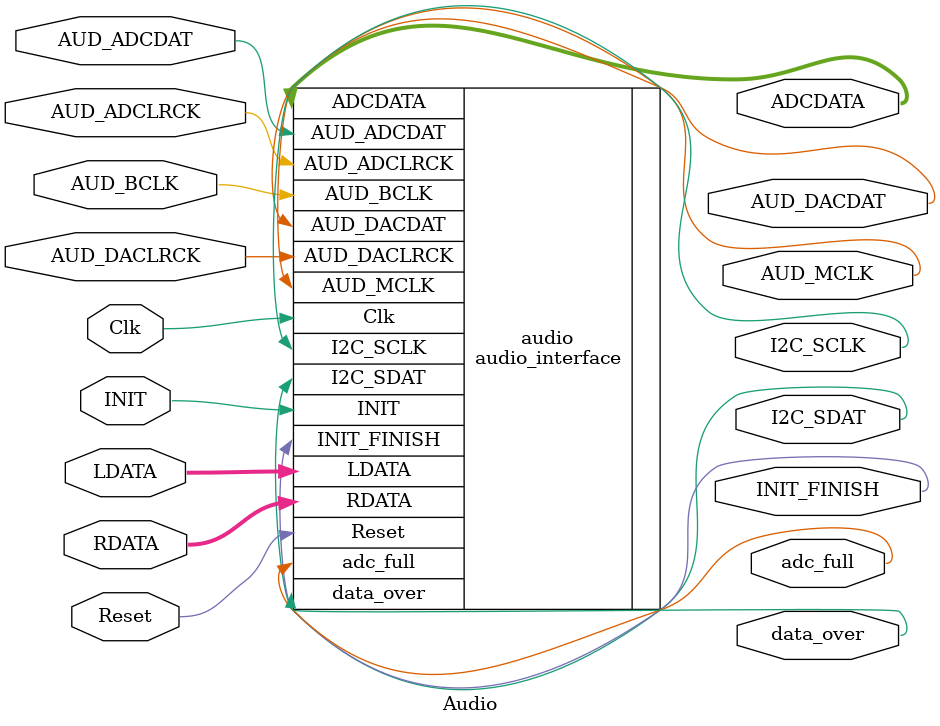
<source format=sv>
module Audio(input logic [15:0] LDATA, RDATA,
							  input logic		Clk, Reset,
													AUD_BCLK, 			  //Digital audio bit clock
													AUD_ADCDAT,  		  //ADC data line
													AUD_DACLRCK,		  	  //DAC data left/right select
													AUD_ADCLRCK, 		  //ADC data left/right select
													INIT,
													
							  output logic	[31:0] ADCDATA,		  
							  output logic 	AUD_MCLK,			  //Codec master clock OUTPUT
													AUD_DACDAT, 		  //DAC data line
													I2C_SDAT, 			  //Serial interface data line
													I2C_SCLK,			  //Serial interface clock
													INIT_FINISH,
													adc_full, 
													data_over
													);
	audio_interface audio(.Clk(Clk), .Reset(Reset),
													.AUD_BCLK(AUD_BCLK), 			  //Digital audio bit clock
													.AUD_ADCDAT(AUD_ADCDAT),  		  //ADC data line
													.AUD_DACLRCK(AUD_DACLRCK),		  	  //DAC data left/right select
													.AUD_ADCLRCK(AUD_ADCLRCK), 		  //ADC data left/right select
													.INIT(INIT), .LDATA(LDATA), .RDATA(RDATA),
													.AUD_MCLK(AUD_MCLK),			  //Codec master clock OUTPUT
													.AUD_DACDAT(AUD_DACDAT), 		  //DAC data line
													.I2C_SDAT(I2C_SDAT), 			  //Serial interface data line
													.I2C_SCLK(I2C_SCLK),			  //Serial interface clock
													.INIT_FINISH(INIT_FINISH),
													.adc_full(adc_full), 
													.data_over(data_over),
													.ADCDATA(ADCDATA));
													
endmodule

</source>
